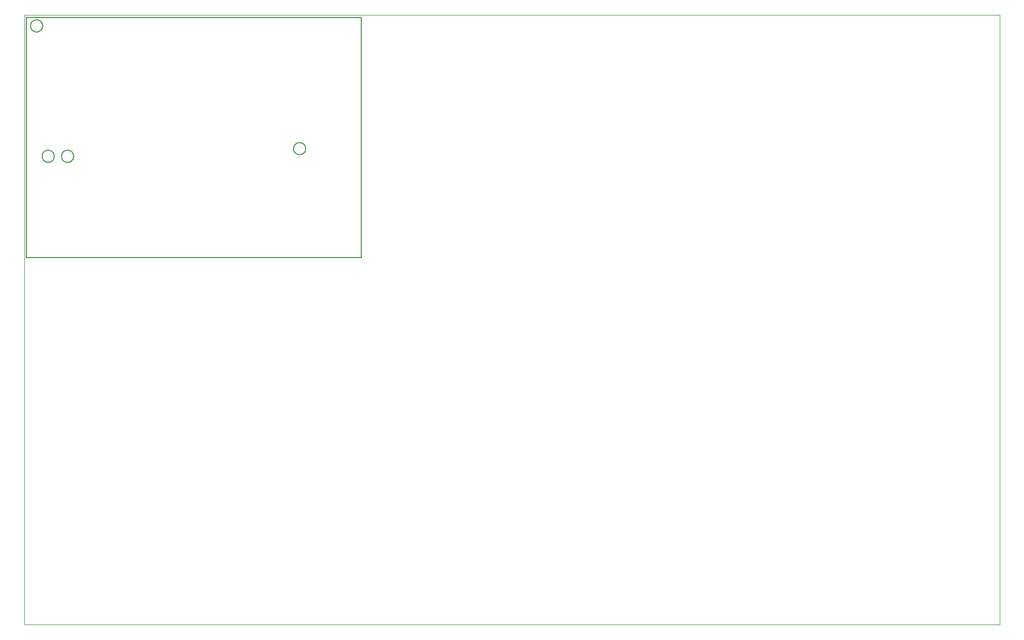
<source format=gbr>
%FSLAX34Y34*%
%MOMM*%
%LNOUTLINE*%
G71*
G01*
%ADD10C, 0.002*%
%ADD11C, 0.200*%
%LPD*%
G54D10*
X0Y1000000D02*
X1600000Y1000000D01*
X1600000Y0D01*
X0Y0D01*
X0Y1000000D01*
G54D11*
G75*
G01X80816Y768477D02*
G03X80816Y768477I-10000J0D01*
G01*
G54D11*
G75*
G01X49066Y768477D02*
G03X49066Y768477I-10000J0D01*
G01*
G54D11*
G75*
G01X30016Y982393D02*
G03X30016Y982393I-10000J0D01*
G01*
G54D11*
X3175Y602456D02*
X552450Y602456D01*
X552450Y996156D01*
X3175Y996156D01*
X3175Y602456D01*
G54D11*
G75*
G01X461492Y781033D02*
G03X461492Y781033I-10000J0D01*
G01*
M02*

</source>
